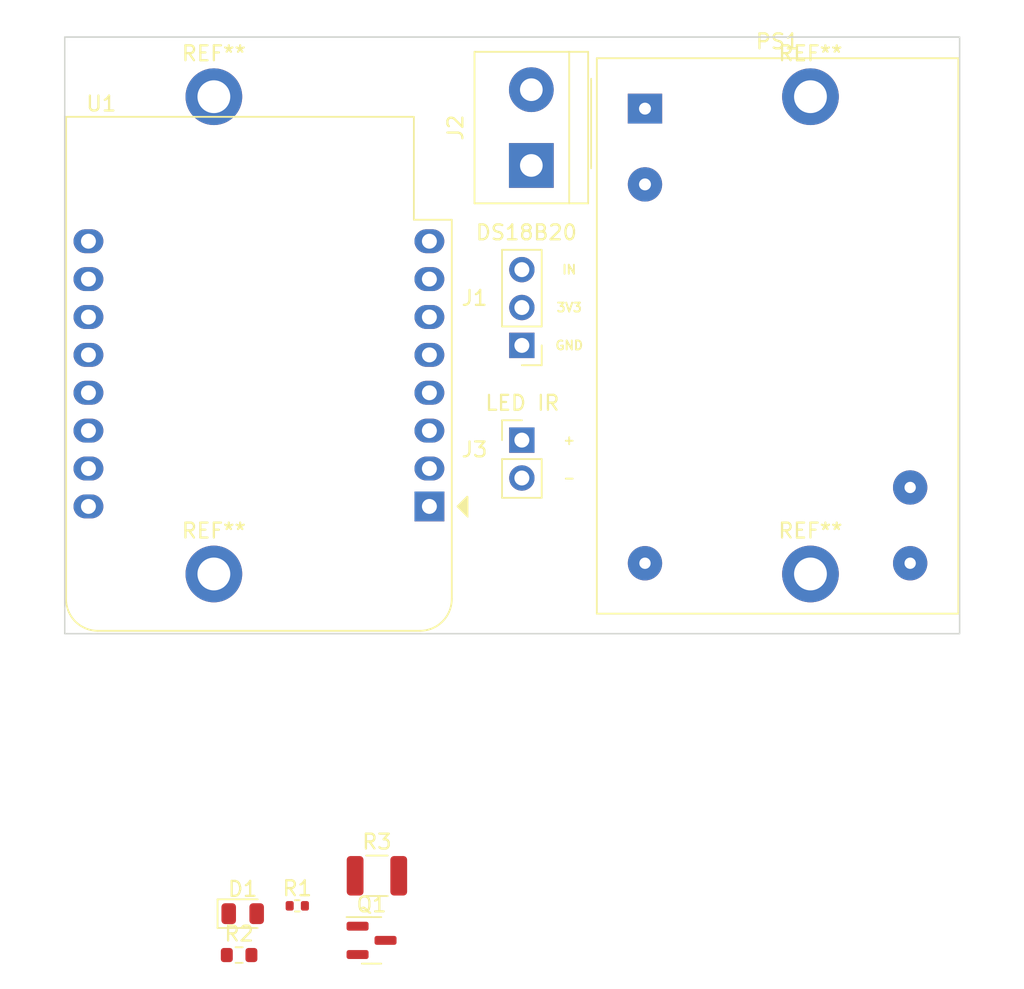
<source format=kicad_pcb>
(kicad_pcb (version 20221018) (generator pcbnew)
  (layers (0 "F.Cu" signal) (31 "B.Cu" signal) (34 "B.Paste" user) (35 "F.Paste" user) (36 "B.SilkS" user "B.Silkscreen") (37 "F.SilkS" user "F.Silkscreen") (38 "B.Mask" user) (39 "F.Mask" user) (44 "Edge.Cuts" user))
  (net 0 "")
  (net 1 "GND")
  (net 2 "+5V")
  (net 3 "+3V3")
  (net 4 "LINE")
  (net 5 "NEUT")
  (net 7 "Net-(Q1-G)")
  (net 8 "Net-(Q1-D)")
  (net 9 "Net-(J1-Pin_3)")
  (net 10 "Net-(D1-K)")
  (net 11 "Net-(J3-Pin_2)")
  (footprint "MountingHole:MountingHole_2.2mm_M2_DIN965_Pad" (layer "F.Cu") (at 100 82)
    (fp_text reference "REF**" (at 0 -2.9) (layer "F.SilkS"))
    (fp_text value "MountingHole_2.2mm_M2_DIN965_Pad")
    (pad "1" thru_hole circle locked (at 0 0) (size 3.8 3.8) (drill 2.2) (layers "*.Cu" "*.Mask"))
  )
  (footprint "MountingHole:MountingHole_2.2mm_M2_DIN965_Pad" (layer "F.Cu") (at 100 50)
    (fp_text reference "REF**" (at 0 -2.9) (layer "F.SilkS"))
    (fp_text value "MountingHole_2.2mm_M2_DIN965_Pad")
    (pad "1" thru_hole circle locked (at 0 0) (size 3.8 3.8) (drill 2.2) (layers "*.Cu" "*.Mask"))
  )
  (footprint "Resistor_SMD:R_0603_1608Metric" (layer "F.Cu") (at 101.6925 107.55)
    (fp_text reference "R2" (at 0 -1.43) (layer "F.SilkS"))
    (fp_text value "1KΩ")
    (fp_line (start -0.237258 -0.5225) (end 0.237258 -0.5225) (stroke (width 0.12)) (layer "F.SilkS"))
    (fp_line (start -0.237258 0.5225) (end 0.237258 0.5225) (stroke (width 0.12)) (layer "F.SilkS"))
    (pad "1" smd roundrect (at -0.825 0) (size 0.8 0.95) (layers "F.Cu" "F.Paste" "F.Mask") (net 8 "Net-(Q1-D)"))
    (pad "2" smd roundrect (at 0.825 0) (size 0.8 0.95) (layers "F.Cu" "F.Paste" "F.Mask") (net 10 "Net-(D1-K)"))
  )
  (footprint "Connector_PinHeader_2.54mm:PinHeader_1x03_P2.54mm_Vertical" (layer "F.Cu") (at 120.65 66.675 180)
    (fp_text reference "J1" (at 3.175 3.175) (layer "F.SilkS"))
    (fp_text value "Conn_01x03_Male")
    (fp_line (start -1.33 -1.33) (end 0 -1.33) (stroke (width 0.12)) (layer "F.SilkS"))
    (fp_line (start -1.33 0) (end -1.33 -1.33) (stroke (width 0.12)) (layer "F.SilkS"))
    (fp_line (start -1.33 1.27) (end -1.33 6.41) (stroke (width 0.12)) (layer "F.SilkS"))
    (fp_line (start -1.33 1.27) (end 1.33 1.27) (stroke (width 0.12)) (layer "F.SilkS"))
    (fp_line (start -1.33 6.41) (end 1.33 6.41) (stroke (width 0.12)) (layer "F.SilkS"))
    (fp_line (start 1.33 1.27) (end 1.33 6.41) (stroke (width 0.12)) (layer "F.SilkS"))
    (pad "1" thru_hole rect (at 0 0 180) (size 1.7 1.7) (drill 1) (layers "*.Cu" "*.Mask") (net 1 "GND"))
    (pad "2" thru_hole oval (at 0 2.54 180) (size 1.7 1.7) (drill 1) (layers "*.Cu" "*.Mask") (net 3 "+3V3"))
    (pad "3" thru_hole oval (at 0 5.08 180) (size 1.7 1.7) (drill 1) (layers "*.Cu" "*.Mask") (net 9 "Net-(J1-Pin_3)"))
  )
  (footprint "Package_TO_SOT_SMD:SOT-23" (layer "F.Cu") (at 110.5725 106.565)
    (fp_text reference "Q1" (at 0 -2.4) (layer "F.SilkS"))
    (fp_text value "BSS138")
    (fp_line (start 0 -1.56) (end -1.675 -1.56) (stroke (width 0.12)) (layer "F.SilkS"))
    (fp_line (start 0 -1.56) (end 0.65 -1.56) (stroke (width 0.12)) (layer "F.SilkS"))
    (fp_line (start 0 1.56) (end -0.65 1.56) (stroke (width 0.12)) (layer "F.SilkS"))
    (fp_line (start 0 1.56) (end 0.65 1.56) (stroke (width 0.12)) (layer "F.SilkS"))
    (pad "1" smd roundrect (at -0.9375 -0.95) (size 1.475 0.6) (layers "F.Cu" "F.Paste" "F.Mask") (net 7 "Net-(Q1-G)"))
    (pad "2" smd roundrect (at -0.9375 0.95) (size 1.475 0.6) (layers "F.Cu" "F.Paste" "F.Mask") (net 1 "GND"))
    (pad "3" smd roundrect (at 0.9375 0) (size 1.475 0.6) (layers "F.Cu" "F.Paste" "F.Mask") (net 8 "Net-(Q1-D)"))
  )
  (footprint "MountingHole:MountingHole_2.2mm_M2_DIN965_Pad" (layer "F.Cu") (at 140 50)
    (fp_text reference "REF**" (at 0 -2.9) (layer "F.SilkS"))
    (fp_text value "MountingHole_2.2mm_M2_DIN965_Pad")
    (pad "1" thru_hole circle locked (at 0 0) (size 3.8 3.8) (drill 2.2) (layers "*.Cu" "*.Mask"))
  )
  (footprint "TerminalBlock:TerminalBlock_bornier-2_P5.08mm" (layer "F.Cu") (at 121.285 54.61 90)
    (fp_text reference "J2" (at 2.54 -5.08 90) (layer "F.SilkS"))
    (fp_text value "Screw_Terminal_01x02")
    (fp_line (start -2.54 -3.81) (end -2.54 3.81) (stroke (width 0.12)) (layer "F.SilkS"))
    (fp_line (start -2.54 3.81) (end 7.62 3.81) (stroke (width 0.12)) (layer "F.SilkS"))
    (fp_line (start 7.62 -3.81) (end -2.54 -3.81) (stroke (width 0.12)) (layer "F.SilkS"))
    (fp_line (start 7.62 2.54) (end -2.54 2.54) (stroke (width 0.12)) (layer "F.SilkS"))
    (fp_line (start 7.62 3.81) (end 7.62 -3.81) (stroke (width 0.12)) (layer "F.SilkS"))
    (pad "1" thru_hole rect (at 0 0 90) (size 3 3) (drill 1.52) (layers "*.Cu" "*.Mask") (net 5 "NEUT"))
    (pad "2" thru_hole circle (at 5.08 0 90) (size 3 3) (drill 1.52) (layers "*.Cu" "*.Mask") (net 4 "LINE"))
  )
  (footprint "Diode_SMD:D_0805_2012Metric" (layer "F.Cu") (at 101.9325 104.775)
    (fp_text reference "D1" (at 0 -1.65) (layer "F.SilkS"))
    (fp_text value "LED")
    (fp_line (start -1.685 -0.96) (end -1.685 0.96) (stroke (width 0.12)) (layer "F.SilkS"))
    (fp_line (start -1.685 0.96) (end 1 0.96) (stroke (width 0.12)) (layer "F.SilkS"))
    (fp_line (start 1 -0.96) (end -1.685 -0.96) (stroke (width 0.12)) (layer "F.SilkS"))
    (pad "1" smd roundrect (at -0.9375 0) (size 0.975 1.4) (layers "F.Cu" "F.Paste" "F.Mask") (net 10 "Net-(D1-K)"))
    (pad "2" smd roundrect (at 0.9375 0) (size 0.975 1.4) (layers "F.Cu" "F.Paste" "F.Mask") (net 3 "+3V3"))
  )
  (footprint "Module:WEMOS_D1_mini_light" (layer "F.Cu") (at 114.45 77.47 180)
    (fp_text reference "U1" (at 22 27) (layer "F.SilkS"))
    (fp_text value "WeMos_D1_mini")
    (fp_line (start -1.5 19.22) (end -1.5 -6.21) (stroke (width 0.12)) (layer "F.SilkS"))
    (fp_line (start -1.5 19.22) (end 1.04 19.22) (stroke (width 0.12)) (layer "F.SilkS"))
    (fp_line (start 1.04 19.22) (end 1.04 26.12) (stroke (width 0.12)) (layer "F.SilkS"))
    (fp_line (start 1.04 26.12) (end 24.36 26.12) (stroke (width 0.12)) (layer "F.SilkS"))
    (fp_line (start 22.24 -8.34) (end 0.63 -8.34) (stroke (width 0.12)) (layer "F.SilkS"))
    (fp_line (start 24.36 26.12) (end 24.36 -6.21) (stroke (width 0.12)) (layer "F.SilkS"))
    (fp_arc (start -1.5 -6.21) (mid -0.876137 -7.716137) (end 0.63 -8.34) (stroke (width 0.12)) (layer "F.SilkS"))
    (fp_arc (start 22.23 -8.34) (mid 23.736137 -7.716137) (end 24.36 -6.21) (stroke (width 0.12)) (layer "F.SilkS"))
    (fp_poly (pts (xy -2.54 -0.635) (xy -2.54 0.635) (xy -1.905 0)) (stroke (width 0.15)) (fill solid) (layer "F.SilkS"))
    (pad "1" thru_hole rect (at 0 0 180) (size 2 2) (drill 1) (layers "*.Cu" "*.Mask"))
    (pad "2" thru_hole oval (at 0 2.54 180) (size 2 1.6) (drill 1) (layers "*.Cu" "*.Mask"))
    (pad "3" thru_hole oval (at 0 5.08 180) (size 2 1.6) (drill 1) (layers "*.Cu" "*.Mask"))
    (pad "4" thru_hole oval (at 0 7.62 180) (size 2 1.6) (drill 1) (layers "*.Cu" "*.Mask"))
    (pad "5" thru_hole oval (at 0 10.16 180) (size 2 1.6) (drill 1) (layers "*.Cu" "*.Mask"))
    (pad "6" thru_hole oval (at 0 12.7 180) (size 2 1.6) (drill 1) (layers "*.Cu" "*.Mask"))
    (pad "7" thru_hole oval (at 0 15.24 180) (size 2 1.6) (drill 1) (layers "*.Cu" "*.Mask"))
    (pad "8" thru_hole oval (at 0 17.78 180) (size 2 1.6) (drill 1) (layers "*.Cu" "*.Mask") (net 3 "+3V3"))
    (pad "9" thru_hole oval (at 22.86 17.78 180) (size 2 1.6) (drill 1) (layers "*.Cu" "*.Mask") (net 2 "+5V"))
    (pad "10" thru_hole oval (at 22.86 15.24 180) (size 2 1.6) (drill 1) (layers "*.Cu" "*.Mask") (net 1 "GND"))
    (pad "11" thru_hole oval (at 22.86 12.7 180) (size 2 1.6) (drill 1) (layers "*.Cu" "*.Mask"))
    (pad "12" thru_hole oval (at 22.86 10.16 180) (size 2 1.6) (drill 1) (layers "*.Cu" "*.Mask"))
    (pad "13" thru_hole oval (at 22.86 7.62 180) (size 2 1.6) (drill 1) (layers "*.Cu" "*.Mask"))
    (pad "14" thru_hole oval (at 22.86 5.08 180) (size 2 1.6) (drill 1) (layers "*.Cu" "*.Mask") (net 7 "Net-(Q1-G)"))
    (pad "15" thru_hole oval (at 22.86 2.54 180) (size 2 1.6) (drill 1) (layers "*.Cu" "*.Mask") (net 9 "Net-(J1-Pin_3)"))
    (pad "16" thru_hole oval (at 22.86 0 180) (size 2 1.6) (drill 1) (layers "*.Cu" "*.Mask"))
  )
  (footprint "Resistor_SMD:R_1210_3225Metric" (layer "F.Cu") (at 110.9325 102.235)
    (fp_text reference "R3" (at 0 -2.28) (layer "F.SilkS"))
    (fp_text value "18Ω/0.5W")
    (fp_line (start -0.723737 -1.355) (end 0.723737 -1.355) (stroke (width 0.12)) (layer "F.SilkS"))
    (fp_line (start -0.723737 1.355) (end 0.723737 1.355) (stroke (width 0.12)) (layer "F.SilkS"))
    (pad "1" smd roundrect (at -1.4625 0) (size 1.125 2.65) (layers "F.Cu" "F.Paste" "F.Mask") (roundrect_rratio 0.222222) (net 8 "Net-(Q1-D)"))
    (pad "2" smd roundrect (at 1.4625 0) (size 1.125 2.65) (layers "F.Cu" "F.Paste" "F.Mask") (roundrect_rratio 0.222222) (net 11 "Net-(J3-Pin_2)"))
  )
  (footprint "MountingHole:MountingHole_2.2mm_M2_DIN965_Pad" (layer "F.Cu") (at 140 82)
    (fp_text reference "REF**" (at 0 -2.9) (layer "F.SilkS"))
    (fp_text value "MountingHole_2.2mm_M2_DIN965_Pad")
    (pad "1" thru_hole circle locked (at 0 0) (size 3.8 3.8) (drill 2.2) (layers "*.Cu" "*.Mask"))
  )
  (footprint "Connector_PinHeader_2.54mm:PinHeader_1x02_P2.54mm_Vertical" (layer "F.Cu") (at 120.65 73.025)
    (fp_text reference "J3" (at -3.175 0.635) (layer "F.SilkS"))
    (fp_text value "Conn_01x02_Pin")
    (fp_line (start -1.33 -1.33) (end 0 -1.33) (stroke (width 0.12)) (layer "F.SilkS"))
    (fp_line (start -1.33 0) (end -1.33 -1.33) (stroke (width 0.12)) (layer "F.SilkS"))
    (fp_line (start -1.33 1.27) (end -1.33 3.87) (stroke (width 0.12)) (layer "F.SilkS"))
    (fp_line (start -1.33 1.27) (end 1.33 1.27) (stroke (width 0.12)) (layer "F.SilkS"))
    (fp_line (start -1.33 3.87) (end 1.33 3.87) (stroke (width 0.12)) (layer "F.SilkS"))
    (fp_line (start 1.33 1.27) (end 1.33 3.87) (stroke (width 0.12)) (layer "F.SilkS"))
    (pad "1" thru_hole rect (at 0 0) (size 1.7 1.7) (drill 1) (layers "*.Cu" "*.Mask") (net 3 "+3V3"))
    (pad "2" thru_hole oval (at 0 2.54) (size 1.7 1.7) (drill 1) (layers "*.Cu" "*.Mask") (net 11 "Net-(J3-Pin_2)"))
  )
  (footprint "Converter_ACDC:Converter_ACDC_MeanWell_IRM-03-xx_THT" (layer "F.Cu") (at 128.905 50.8)
    (fp_text reference "PS1" (at 8.89 -4.5) (layer "F.SilkS"))
    (fp_text value "Alim RS PRO 5V 1A")
    (fp_line (start -3.61 -2) (end -3.61 4) (stroke (width 0.12)) (layer "F.SilkS"))
    (fp_line (start -3.23 -3.38) (end -3.23 33.86) (stroke (width 0.12)) (layer "F.SilkS"))
    (fp_line (start -3.23 33.86) (end 21.01 33.86) (stroke (width 0.12)) (layer "F.SilkS"))
    (fp_line (start 21.01 -3.38) (end -3.23 -3.38) (stroke (width 0.12)) (layer "F.SilkS"))
    (fp_line (start 21.01 -3.38) (end 21.01 33.86) (stroke (width 0.12)) (layer "F.SilkS"))
    (pad "1" thru_hole rect (at 0 0) (size 2.3 2) (drill 0.8) (layers "*.Cu" "*.Mask") (net 4 "LINE"))
    (pad "3" thru_hole circle (at 0 5.08) (size 2.3 2.3) (drill 0.8) (layers "*.Cu" "*.Mask") (net 5 "NEUT"))
    (pad "5" thru_hole circle (at 0 30.48) (size 2.3 2.3) (drill 0.76) (layers "*.Cu" "*.Mask"))
    (pad "14" thru_hole circle (at 17.78 30.48) (size 2.3 2.3) (drill 0.76) (layers "*.Cu" "*.Mask") (net 1 "GND"))
    (pad "16" thru_hole circle (at 17.78 25.4) (size 2.3 2.3) (drill 0.76) (layers "*.Cu" "*.Mask") (net 2 "+5V"))
  )
  (footprint "Resistor_SMD:R_0402_1005Metric" (layer "F.Cu") (at 105.5925 104.25)
    (fp_text reference "R1" (at 0 -1.17) (layer "F.SilkS"))
    (fp_text value "4.7KΩ")
    (fp_line (start -0.153641 -0.38) (end 0.153641 -0.38) (stroke (width 0.12)) (layer "F.SilkS"))
    (fp_line (start -0.153641 0.38) (end 0.153641 0.38) (stroke (width 0.12)) (layer "F.SilkS"))
    (pad "1" smd roundrect (at -0.51 0) (size 0.54 0.64) (layers "F.Cu" "F.Paste" "F.Mask") (net 3 "+3V3"))
    (pad "2" smd roundrect (at 0.51 0) (size 0.54 0.64) (layers "F.Cu" "F.Paste" "F.Mask") (net 9 "Net-(J1-Pin_3)"))
  )
  (gr_rect locked (start 90 46) (end 150 86) (stroke (width 0.1)) (fill none) (layer "Edge.Cuts"))
  (gr_text "DS18B20" (at 117.475 59.69) (layer "F.SilkS") (effects (font (size 1 1)) (justify left bottom)))
  (gr_text "-" (at 123.825 75.565) (layer "F.SilkS") (effects (font (size 0.6 0.6) (thickness 0.125))))
  (gr_text "GND" (at 123.825 66.675) (layer "F.SilkS") (effects (font (size 0.6 0.6) (thickness 0.125))))
  (gr_text "3V3" (at 123.825 64.135) (layer "F.SilkS") (effects (font (size 0.6 0.6) (thickness 0.125))))
  (gr_text "LED IR" (at 118.11 71.12) (layer "F.SilkS") (effects (font (size 1 1)) (justify left bottom)))
  (gr_text "+" (at 123.825 73.025) (layer "F.SilkS") (effects (font (size 0.6 0.6) (thickness 0.125))))
  (gr_text "IN" (at 123.825 61.595) (layer "F.SilkS") (effects (font (size 0.6 0.6) (thickness 0.125))))
)
</source>
